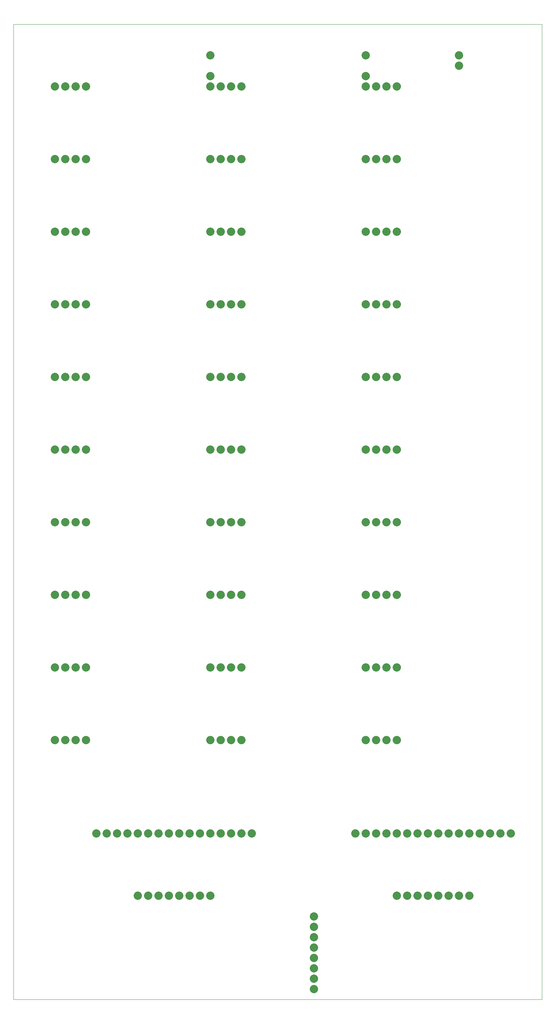
<source format=gbr>
%TF.GenerationSoftware,KiCad,Pcbnew,9.0.7*%
%TF.CreationDate,2026-02-24T20:59:54-05:00*%
%TF.ProjectId,MONGO_PCB,4d4f4e47-4f5f-4504-9342-2e6b69636164,SR211007*%
%TF.SameCoordinates,Original*%
%TF.FileFunction,AssemblyDrawing,Top*%
%FSLAX46Y46*%
G04 Gerber Fmt 4.6, Leading zero omitted, Abs format (unit mm)*
G04 Created by KiCad (PCBNEW 9.0.7) date 2026-02-24 20:59:54*
%MOMM*%
%LPD*%
G01*
G04 APERTURE LIST*
%TA.AperFunction,ComponentPad*%
%ADD10C,2.032000*%
%TD*%
%TA.AperFunction,Profile*%
%ADD11C,0.050000*%
%TD*%
G04 APERTURE END LIST*
D10*
%TO.P,REF\u002A\u002A,1*%
%TO.N,N/C*%
X20320000Y-114300000D03*
%TO.P,REF\u002A\u002A,2*%
X22860000Y-114300000D03*
%TO.P,REF\u002A\u002A,3*%
X25400000Y-114300000D03*
%TO.P,REF\u002A\u002A,4*%
X27940000Y-114300000D03*
%TD*%
%TO.P,REF\u002A\u002A,1*%
%TO.N,N/C*%
X58420000Y-149860000D03*
%TO.P,REF\u002A\u002A,2*%
X60960000Y-149860000D03*
%TO.P,REF\u002A\u002A,3*%
X63500000Y-149860000D03*
%TO.P,REF\u002A\u002A,4*%
X66040000Y-149860000D03*
%TD*%
%TO.P,REF\u002A\u002A,1*%
%TO.N,N/C*%
X96520000Y-96520000D03*
%TO.P,REF\u002A\u002A,2*%
X99060000Y-96520000D03*
%TO.P,REF\u002A\u002A,3*%
X101600000Y-96520000D03*
%TO.P,REF\u002A\u002A,4*%
X104140000Y-96520000D03*
%TD*%
%TO.P,REF\u002A\u002A,1*%
%TO.N,N/C*%
X96520000Y-149860000D03*
%TO.P,REF\u002A\u002A,2*%
X99060000Y-149860000D03*
%TO.P,REF\u002A\u002A,3*%
X101600000Y-149860000D03*
%TO.P,REF\u002A\u002A,4*%
X104140000Y-149860000D03*
%TD*%
%TO.P,REF\u002A\u002A,1*%
%TO.N,N/C*%
X96520000Y-185420000D03*
%TO.P,REF\u002A\u002A,2*%
X99060000Y-185420000D03*
%TO.P,REF\u002A\u002A,3*%
X101600000Y-185420000D03*
%TO.P,REF\u002A\u002A,4*%
X104140000Y-185420000D03*
%TD*%
%TO.P,,25*%
%TO.N,N/C*%
X83820000Y-228600000D03*
%TD*%
%TO.P,REF\u002A\u002A,1*%
%TO.N,N/C*%
X58420000Y-43180000D03*
%TO.P,REF\u002A\u002A,2*%
X60960000Y-43180000D03*
%TO.P,REF\u002A\u002A,3*%
X63500000Y-43180000D03*
%TO.P,REF\u002A\u002A,4*%
X66040000Y-43180000D03*
%TD*%
%TO.P,REF\u002A\u002A,1*%
%TO.N,N/C*%
X58420000Y-96520000D03*
%TO.P,REF\u002A\u002A,2*%
X60960000Y-96520000D03*
%TO.P,REF\u002A\u002A,3*%
X63500000Y-96520000D03*
%TO.P,REF\u002A\u002A,4*%
X66040000Y-96520000D03*
%TD*%
%TO.P,REF\u002A\u002A,1*%
%TO.N,N/C*%
X20320000Y-25400000D03*
%TO.P,REF\u002A\u002A,2*%
X22860000Y-25400000D03*
%TO.P,REF\u002A\u002A,3*%
X25400000Y-25400000D03*
%TO.P,REF\u002A\u002A,4*%
X27940000Y-25400000D03*
%TD*%
%TO.P,REF\u002A\u002A,1*%
%TO.N,N/C*%
X93980000Y-208280000D03*
%TO.P,REF\u002A\u002A,2*%
X96520000Y-208280000D03*
%TO.P,REF\u002A\u002A,3*%
X99060000Y-208280000D03*
%TO.P,REF\u002A\u002A,4*%
X101600000Y-208280000D03*
%TO.P,REF\u002A\u002A,5*%
X104140000Y-208280000D03*
%TO.P,REF\u002A\u002A,6*%
X106680000Y-208280000D03*
%TO.P,REF\u002A\u002A,7*%
X109220000Y-208280000D03*
%TO.P,REF\u002A\u002A,8*%
X111760000Y-208280000D03*
%TO.P,REF\u002A\u002A,9*%
X114300000Y-208280000D03*
%TO.P,REF\u002A\u002A,10*%
X116840000Y-208280000D03*
%TO.P,REF\u002A\u002A,11*%
X119380000Y-208280000D03*
%TO.P,REF\u002A\u002A,12*%
X121920000Y-208280000D03*
%TO.P,REF\u002A\u002A,13*%
X124460000Y-208280000D03*
%TO.P,REF\u002A\u002A,14*%
X127000000Y-208280000D03*
%TO.P,REF\u002A\u002A,15*%
X129540000Y-208280000D03*
%TO.P,REF\u002A\u002A,16*%
X132080000Y-208280000D03*
%TO.P,REF\u002A\u002A,18*%
X104140000Y-223520000D03*
%TO.P,REF\u002A\u002A,19*%
X106680000Y-223520000D03*
%TO.P,REF\u002A\u002A,20*%
X109220000Y-223520000D03*
%TO.P,REF\u002A\u002A,21*%
X111760000Y-223520000D03*
%TO.P,REF\u002A\u002A,22*%
X114300000Y-223520000D03*
%TO.P,REF\u002A\u002A,23*%
X116840000Y-223520000D03*
%TO.P,REF\u002A\u002A,24*%
X119380000Y-223520000D03*
%TO.P,REF\u002A\u002A,25*%
X121920000Y-223520000D03*
%TD*%
%TO.P,,25*%
%TO.N,N/C*%
X83820000Y-233680000D03*
%TD*%
%TO.P,,25*%
%TO.N,N/C*%
X83820000Y-243840000D03*
%TD*%
%TO.P,REF\u002A\u002A,1*%
%TO.N,N/C*%
X20320000Y-149860000D03*
%TO.P,REF\u002A\u002A,2*%
X22860000Y-149860000D03*
%TO.P,REF\u002A\u002A,3*%
X25400000Y-149860000D03*
%TO.P,REF\u002A\u002A,4*%
X27940000Y-149860000D03*
%TD*%
%TO.P,,25*%
%TO.N,N/C*%
X58420000Y-22860000D03*
%TD*%
%TO.P,REF\u002A\u002A,1*%
%TO.N,N/C*%
X96520000Y-78740000D03*
%TO.P,REF\u002A\u002A,2*%
X99060000Y-78740000D03*
%TO.P,REF\u002A\u002A,3*%
X101600000Y-78740000D03*
%TO.P,REF\u002A\u002A,4*%
X104140000Y-78740000D03*
%TD*%
%TO.P,,25*%
%TO.N,N/C*%
X83820000Y-236220000D03*
%TD*%
%TO.P,,25*%
%TO.N,N/C*%
X58420000Y-17780000D03*
%TD*%
%TO.P,REF\u002A\u002A,1*%
%TO.N,N/C*%
X20320000Y-96520000D03*
%TO.P,REF\u002A\u002A,2*%
X22860000Y-96520000D03*
%TO.P,REF\u002A\u002A,3*%
X25400000Y-96520000D03*
%TO.P,REF\u002A\u002A,4*%
X27940000Y-96520000D03*
%TD*%
%TO.P,REF\u002A\u002A,1*%
%TO.N,N/C*%
X96520000Y-25400000D03*
%TO.P,REF\u002A\u002A,2*%
X99060000Y-25400000D03*
%TO.P,REF\u002A\u002A,3*%
X101600000Y-25400000D03*
%TO.P,REF\u002A\u002A,4*%
X104140000Y-25400000D03*
%TD*%
%TO.P,,25*%
%TO.N,N/C*%
X83820000Y-241300000D03*
%TD*%
%TO.P,,25*%
%TO.N,N/C*%
X96520000Y-17780000D03*
%TD*%
%TO.P,REF\u002A\u002A,1*%
%TO.N,N/C*%
X20320000Y-185420000D03*
%TO.P,REF\u002A\u002A,2*%
X22860000Y-185420000D03*
%TO.P,REF\u002A\u002A,3*%
X25400000Y-185420000D03*
%TO.P,REF\u002A\u002A,4*%
X27940000Y-185420000D03*
%TD*%
%TO.P,REF\u002A\u002A,1*%
%TO.N,N/C*%
X96520000Y-60960000D03*
%TO.P,REF\u002A\u002A,2*%
X99060000Y-60960000D03*
%TO.P,REF\u002A\u002A,3*%
X101600000Y-60960000D03*
%TO.P,REF\u002A\u002A,4*%
X104140000Y-60960000D03*
%TD*%
%TO.P,REF\u002A\u002A,1*%
%TO.N,N/C*%
X96520000Y-167640000D03*
%TO.P,REF\u002A\u002A,2*%
X99060000Y-167640000D03*
%TO.P,REF\u002A\u002A,3*%
X101600000Y-167640000D03*
%TO.P,REF\u002A\u002A,4*%
X104140000Y-167640000D03*
%TD*%
%TO.P,REF\u002A\u002A,1*%
%TO.N,N/C*%
X20320000Y-43180000D03*
%TO.P,REF\u002A\u002A,2*%
X22860000Y-43180000D03*
%TO.P,REF\u002A\u002A,3*%
X25400000Y-43180000D03*
%TO.P,REF\u002A\u002A,4*%
X27940000Y-43180000D03*
%TD*%
%TO.P,,25*%
%TO.N,N/C*%
X119380000Y-20320000D03*
%TD*%
%TO.P,REF\u002A\u002A,1*%
%TO.N,N/C*%
X20320000Y-60960000D03*
%TO.P,REF\u002A\u002A,2*%
X22860000Y-60960000D03*
%TO.P,REF\u002A\u002A,3*%
X25400000Y-60960000D03*
%TO.P,REF\u002A\u002A,4*%
X27940000Y-60960000D03*
%TD*%
%TO.P,,25*%
%TO.N,N/C*%
X96520000Y-22860000D03*
%TD*%
%TO.P,REF\u002A\u002A,1*%
%TO.N,N/C*%
X58420000Y-25400000D03*
%TO.P,REF\u002A\u002A,2*%
X60960000Y-25400000D03*
%TO.P,REF\u002A\u002A,3*%
X63500000Y-25400000D03*
%TO.P,REF\u002A\u002A,4*%
X66040000Y-25400000D03*
%TD*%
%TO.P,,25*%
%TO.N,N/C*%
X83820000Y-238760000D03*
%TD*%
%TO.P,REF\u002A\u002A,1*%
%TO.N,N/C*%
X96520000Y-43180000D03*
%TO.P,REF\u002A\u002A,2*%
X99060000Y-43180000D03*
%TO.P,REF\u002A\u002A,3*%
X101600000Y-43180000D03*
%TO.P,REF\u002A\u002A,4*%
X104140000Y-43180000D03*
%TD*%
%TO.P,,25*%
%TO.N,N/C*%
X119380000Y-17780000D03*
%TD*%
%TO.P,REF\u002A\u002A,1*%
%TO.N,N/C*%
X96520000Y-114300000D03*
%TO.P,REF\u002A\u002A,2*%
X99060000Y-114300000D03*
%TO.P,REF\u002A\u002A,3*%
X101600000Y-114300000D03*
%TO.P,REF\u002A\u002A,4*%
X104140000Y-114300000D03*
%TD*%
%TO.P,REF\u002A\u002A,1*%
%TO.N,N/C*%
X58420000Y-167640000D03*
%TO.P,REF\u002A\u002A,2*%
X60960000Y-167640000D03*
%TO.P,REF\u002A\u002A,3*%
X63500000Y-167640000D03*
%TO.P,REF\u002A\u002A,4*%
X66040000Y-167640000D03*
%TD*%
%TO.P,REF\u002A\u002A,1*%
%TO.N,N/C*%
X20320000Y-78740000D03*
%TO.P,REF\u002A\u002A,2*%
X22860000Y-78740000D03*
%TO.P,REF\u002A\u002A,3*%
X25400000Y-78740000D03*
%TO.P,REF\u002A\u002A,4*%
X27940000Y-78740000D03*
%TD*%
%TO.P,REF\u002A\u002A,1*%
%TO.N,N/C*%
X20320000Y-167640000D03*
%TO.P,REF\u002A\u002A,2*%
X22860000Y-167640000D03*
%TO.P,REF\u002A\u002A,3*%
X25400000Y-167640000D03*
%TO.P,REF\u002A\u002A,4*%
X27940000Y-167640000D03*
%TD*%
%TO.P,REF\u002A\u002A,1*%
%TO.N,N/C*%
X58420000Y-132080000D03*
%TO.P,REF\u002A\u002A,2*%
X60960000Y-132080000D03*
%TO.P,REF\u002A\u002A,3*%
X63500000Y-132080000D03*
%TO.P,REF\u002A\u002A,4*%
X66040000Y-132080000D03*
%TD*%
%TO.P,REF\u002A\u002A,1*%
%TO.N,N/C*%
X30480000Y-208280000D03*
%TO.P,REF\u002A\u002A,2*%
X33020000Y-208280000D03*
%TO.P,REF\u002A\u002A,3*%
X35560000Y-208280000D03*
%TO.P,REF\u002A\u002A,4*%
X38100000Y-208280000D03*
%TO.P,REF\u002A\u002A,5*%
X40640000Y-208280000D03*
%TO.P,REF\u002A\u002A,6*%
X43180000Y-208280000D03*
%TO.P,REF\u002A\u002A,7*%
X45720000Y-208280000D03*
%TO.P,REF\u002A\u002A,8*%
X48260000Y-208280000D03*
%TO.P,REF\u002A\u002A,9*%
X50800000Y-208280000D03*
%TO.P,REF\u002A\u002A,10*%
X53340000Y-208280000D03*
%TO.P,REF\u002A\u002A,11*%
X55880000Y-208280000D03*
%TO.P,REF\u002A\u002A,12*%
X58420000Y-208280000D03*
%TO.P,REF\u002A\u002A,13*%
X60960000Y-208280000D03*
%TO.P,REF\u002A\u002A,14*%
X63500000Y-208280000D03*
%TO.P,REF\u002A\u002A,15*%
X66040000Y-208280000D03*
%TO.P,REF\u002A\u002A,16*%
X68580000Y-208280000D03*
%TO.P,REF\u002A\u002A,18*%
X40640000Y-223520000D03*
%TO.P,REF\u002A\u002A,19*%
X43180000Y-223520000D03*
%TO.P,REF\u002A\u002A,20*%
X45720000Y-223520000D03*
%TO.P,REF\u002A\u002A,21*%
X48260000Y-223520000D03*
%TO.P,REF\u002A\u002A,22*%
X50800000Y-223520000D03*
%TO.P,REF\u002A\u002A,23*%
X53340000Y-223520000D03*
%TO.P,REF\u002A\u002A,24*%
X55880000Y-223520000D03*
%TO.P,REF\u002A\u002A,25*%
X58420000Y-223520000D03*
%TD*%
%TO.P,REF\u002A\u002A,1*%
%TO.N,N/C*%
X20320000Y-132080000D03*
%TO.P,REF\u002A\u002A,2*%
X22860000Y-132080000D03*
%TO.P,REF\u002A\u002A,3*%
X25400000Y-132080000D03*
%TO.P,REF\u002A\u002A,4*%
X27940000Y-132080000D03*
%TD*%
%TO.P,REF\u002A\u002A,1*%
%TO.N,N/C*%
X58420000Y-60960000D03*
%TO.P,REF\u002A\u002A,2*%
X60960000Y-60960000D03*
%TO.P,REF\u002A\u002A,3*%
X63500000Y-60960000D03*
%TO.P,REF\u002A\u002A,4*%
X66040000Y-60960000D03*
%TD*%
%TO.P,,25*%
%TO.N,N/C*%
X83820000Y-231140000D03*
%TD*%
%TO.P,,25*%
%TO.N,N/C*%
X83820000Y-246380000D03*
%TD*%
%TO.P,REF\u002A\u002A,1*%
%TO.N,N/C*%
X58420000Y-185420000D03*
%TO.P,REF\u002A\u002A,2*%
X60960000Y-185420000D03*
%TO.P,REF\u002A\u002A,3*%
X63500000Y-185420000D03*
%TO.P,REF\u002A\u002A,4*%
X66040000Y-185420000D03*
%TD*%
%TO.P,REF\u002A\u002A,1*%
%TO.N,N/C*%
X96520000Y-132080000D03*
%TO.P,REF\u002A\u002A,2*%
X99060000Y-132080000D03*
%TO.P,REF\u002A\u002A,3*%
X101600000Y-132080000D03*
%TO.P,REF\u002A\u002A,4*%
X104140000Y-132080000D03*
%TD*%
%TO.P,REF\u002A\u002A,1*%
%TO.N,N/C*%
X58420000Y-114300000D03*
%TO.P,REF\u002A\u002A,2*%
X60960000Y-114300000D03*
%TO.P,REF\u002A\u002A,3*%
X63500000Y-114300000D03*
%TO.P,REF\u002A\u002A,4*%
X66040000Y-114300000D03*
%TD*%
%TO.P,REF\u002A\u002A,1*%
%TO.N,N/C*%
X58420000Y-78740000D03*
%TO.P,REF\u002A\u002A,2*%
X60960000Y-78740000D03*
%TO.P,REF\u002A\u002A,3*%
X63500000Y-78740000D03*
%TO.P,REF\u002A\u002A,4*%
X66040000Y-78740000D03*
%TD*%
D11*
X10160000Y-10160000D02*
X139700000Y-10160000D01*
X139700000Y-248920000D01*
X10160000Y-248920000D01*
X10160000Y-10160000D01*
M02*

</source>
